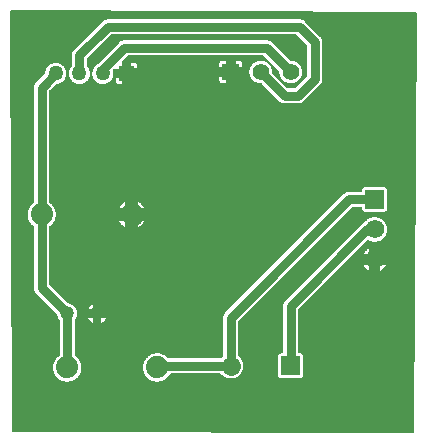
<source format=gtl>
G04 Layer: TopLayer*
G04 EasyEDA v6.1.49, Fri, 31 May 2019 20:59:05 GMT*
G04 40a2506dbd6d4ce6bee7739c3bacdc10,9b1a5d735843498e81bf2f4db3a13241,10*
G04 Gerber Generator version 0.2*
G04 Scale: 100 percent, Rotated: No, Reflected: No *
G04 Dimensions in millimeters *
G04 leading zeros omitted , absolute positions ,3 integer and 3 decimal *
%FSLAX33Y33*%
%MOMM*%
G90*
G71D02*

%ADD11C,0.759993*%
%ADD12C,0.609600*%
%ADD13C,1.879600*%
%ADD14C,1.193800*%
%ADD15C,1.574800*%
%ADD18C,1.399540*%
%ADD20C,1.270000*%
%ADD22C,1.599997*%

%LPD*%
G36*
G01X864Y36448D02*
G01X863Y36448D01*
G01X849Y36447D01*
G01X835Y36444D01*
G01X821Y36439D01*
G01X809Y36432D01*
G01X797Y36423D01*
G01X787Y36413D01*
G01X778Y36401D01*
G01X771Y36389D01*
G01X766Y36375D01*
G01X763Y36361D01*
G01X762Y36347D01*
G01X762Y36346D01*
G01X888Y862D01*
G01X889Y848D01*
G01X892Y834D01*
G01X897Y820D01*
G01X904Y808D01*
G01X913Y796D01*
G01X923Y786D01*
G01X935Y777D01*
G01X947Y770D01*
G01X961Y765D01*
G01X975Y762D01*
G01X989Y761D01*
G01X34823Y635D01*
G01X34824Y635D01*
G01X34838Y636D01*
G01X34852Y639D01*
G01X34866Y644D01*
G01X34878Y651D01*
G01X34890Y659D01*
G01X34900Y670D01*
G01X34909Y681D01*
G01X34916Y694D01*
G01X34921Y707D01*
G01X34924Y721D01*
G01X34925Y736D01*
G01X35178Y36220D01*
G01X35177Y36235D01*
G01X35174Y36249D01*
G01X35169Y36262D01*
G01X35162Y36275D01*
G01X35153Y36287D01*
G01X35143Y36297D01*
G01X35131Y36306D01*
G01X35119Y36313D01*
G01X35105Y36318D01*
G01X35091Y36321D01*
G01X35077Y36322D01*
G01X864Y36448D01*
G37*

%LPC*%
G36*
G01X32410Y21490D02*
G01X30835Y21490D01*
G01X30811Y21489D01*
G01X30788Y21486D01*
G01X30765Y21481D01*
G01X30742Y21473D01*
G01X30721Y21464D01*
G01X30700Y21452D01*
G01X30681Y21439D01*
G01X30662Y21423D01*
G01X30646Y21407D01*
G01X30630Y21388D01*
G01X30617Y21369D01*
G01X30605Y21348D01*
G01X30596Y21327D01*
G01X30588Y21304D01*
G01X30583Y21281D01*
G01X30580Y21258D01*
G01X30579Y21234D01*
G01X30579Y21185D01*
G01X30578Y21170D01*
G01X30574Y21156D01*
G01X30569Y21142D01*
G01X30562Y21130D01*
G01X30554Y21118D01*
G01X30543Y21108D01*
G01X30532Y21099D01*
G01X30519Y21092D01*
G01X30506Y21087D01*
G01X30491Y21084D01*
G01X30477Y21083D01*
G01X29453Y21083D01*
G01X29415Y21082D01*
G01X29377Y21078D01*
G01X29339Y21073D01*
G01X29301Y21065D01*
G01X29264Y21054D01*
G01X29228Y21042D01*
G01X29192Y21027D01*
G01X29158Y21010D01*
G01X29124Y20991D01*
G01X29092Y20970D01*
G01X29061Y20948D01*
G01X29031Y20923D01*
G01X29003Y20897D01*
G01X18980Y10874D01*
G01X18954Y10846D01*
G01X18929Y10816D01*
G01X18907Y10785D01*
G01X18886Y10753D01*
G01X18867Y10719D01*
G01X18850Y10685D01*
G01X18835Y10649D01*
G01X18823Y10613D01*
G01X18812Y10576D01*
G01X18804Y10538D01*
G01X18799Y10500D01*
G01X18795Y10462D01*
G01X18794Y10424D01*
G01X18794Y7242D01*
G01X18793Y7227D01*
G01X18790Y7213D01*
G01X18784Y7199D01*
G01X18777Y7186D01*
G01X18768Y7174D01*
G01X18757Y7164D01*
G01X18719Y7131D01*
G01X18683Y7097D01*
G01X18649Y7061D01*
G01X18616Y7023D01*
G01X18606Y7012D01*
G01X18594Y7003D01*
G01X18581Y6996D01*
G01X18567Y6990D01*
G01X18553Y6987D01*
G01X18538Y6986D01*
G01X14175Y6986D01*
G01X14158Y6987D01*
G01X14142Y6992D01*
G01X14126Y6999D01*
G01X14112Y7008D01*
G01X14099Y7020D01*
G01X14065Y7057D01*
G01X14029Y7092D01*
G01X13992Y7126D01*
G01X13953Y7158D01*
G01X13913Y7189D01*
G01X13872Y7217D01*
G01X13830Y7244D01*
G01X13786Y7270D01*
G01X13741Y7293D01*
G01X13696Y7315D01*
G01X13650Y7334D01*
G01X13603Y7352D01*
G01X13555Y7367D01*
G01X13506Y7381D01*
G01X13457Y7392D01*
G01X13408Y7402D01*
G01X13358Y7409D01*
G01X13308Y7415D01*
G01X13258Y7418D01*
G01X13208Y7419D01*
G01X13158Y7418D01*
G01X13109Y7415D01*
G01X13060Y7410D01*
G01X13011Y7403D01*
G01X12962Y7393D01*
G01X12914Y7382D01*
G01X12866Y7369D01*
G01X12819Y7354D01*
G01X12773Y7337D01*
G01X12727Y7318D01*
G01X12682Y7297D01*
G01X12638Y7275D01*
G01X12595Y7250D01*
G01X12553Y7224D01*
G01X12512Y7196D01*
G01X12473Y7167D01*
G01X12434Y7135D01*
G01X12397Y7103D01*
G01X12327Y7033D01*
G01X12295Y6996D01*
G01X12263Y6957D01*
G01X12234Y6918D01*
G01X12206Y6877D01*
G01X12180Y6835D01*
G01X12155Y6792D01*
G01X12133Y6748D01*
G01X12112Y6703D01*
G01X12093Y6657D01*
G01X12076Y6611D01*
G01X12061Y6564D01*
G01X12048Y6516D01*
G01X12037Y6468D01*
G01X12027Y6419D01*
G01X12020Y6370D01*
G01X12015Y6321D01*
G01X12012Y6272D01*
G01X12011Y6223D01*
G01X12012Y6173D01*
G01X12015Y6124D01*
G01X12020Y6075D01*
G01X12027Y6026D01*
G01X12037Y5977D01*
G01X12048Y5929D01*
G01X12061Y5881D01*
G01X12076Y5834D01*
G01X12093Y5788D01*
G01X12112Y5742D01*
G01X12133Y5697D01*
G01X12155Y5653D01*
G01X12180Y5610D01*
G01X12206Y5568D01*
G01X12234Y5527D01*
G01X12263Y5488D01*
G01X12295Y5449D01*
G01X12327Y5412D01*
G01X12397Y5342D01*
G01X12434Y5310D01*
G01X12473Y5278D01*
G01X12512Y5249D01*
G01X12553Y5221D01*
G01X12595Y5195D01*
G01X12638Y5170D01*
G01X12682Y5148D01*
G01X12727Y5127D01*
G01X12773Y5108D01*
G01X12819Y5091D01*
G01X12866Y5076D01*
G01X12914Y5063D01*
G01X12962Y5052D01*
G01X13011Y5042D01*
G01X13060Y5035D01*
G01X13109Y5030D01*
G01X13158Y5027D01*
G01X13208Y5026D01*
G01X13257Y5027D01*
G01X13307Y5030D01*
G01X13356Y5035D01*
G01X13405Y5043D01*
G01X13454Y5052D01*
G01X13503Y5063D01*
G01X13551Y5076D01*
G01X13598Y5092D01*
G01X13645Y5109D01*
G01X13691Y5128D01*
G01X13736Y5149D01*
G01X13780Y5172D01*
G01X13823Y5197D01*
G01X13865Y5223D01*
G01X13906Y5251D01*
G01X13946Y5281D01*
G01X13984Y5313D01*
G01X14021Y5346D01*
G01X14057Y5380D01*
G01X14091Y5416D01*
G01X14124Y5454D01*
G01X14155Y5492D01*
G01X14185Y5532D01*
G01X14213Y5574D01*
G01X14239Y5616D01*
G01X14263Y5659D01*
G01X14271Y5672D01*
G01X14282Y5684D01*
G01X14294Y5694D01*
G01X14307Y5702D01*
G01X14322Y5708D01*
G01X14337Y5712D01*
G01X14353Y5713D01*
G01X18538Y5713D01*
G01X18553Y5712D01*
G01X18567Y5709D01*
G01X18581Y5703D01*
G01X18594Y5696D01*
G01X18606Y5687D01*
G01X18616Y5676D01*
G01X18647Y5641D01*
G01X18679Y5607D01*
G01X18712Y5575D01*
G01X18747Y5544D01*
G01X18783Y5515D01*
G01X18820Y5487D01*
G01X18859Y5461D01*
G01X18898Y5437D01*
G01X18939Y5414D01*
G01X18981Y5394D01*
G01X19023Y5375D01*
G01X19066Y5358D01*
G01X19110Y5343D01*
G01X19155Y5330D01*
G01X19200Y5318D01*
G01X19246Y5309D01*
G01X19291Y5302D01*
G01X19338Y5297D01*
G01X19384Y5294D01*
G01X19430Y5293D01*
G01X19478Y5294D01*
G01X19525Y5297D01*
G01X19572Y5303D01*
G01X19619Y5310D01*
G01X19666Y5319D01*
G01X19712Y5331D01*
G01X19757Y5345D01*
G01X19802Y5360D01*
G01X19846Y5378D01*
G01X19889Y5398D01*
G01X19931Y5419D01*
G01X19972Y5443D01*
G01X20013Y5468D01*
G01X20052Y5495D01*
G01X20089Y5523D01*
G01X20126Y5554D01*
G01X20161Y5586D01*
G01X20194Y5619D01*
G01X20226Y5654D01*
G01X20257Y5691D01*
G01X20285Y5728D01*
G01X20312Y5767D01*
G01X20337Y5808D01*
G01X20361Y5849D01*
G01X20382Y5891D01*
G01X20402Y5934D01*
G01X20420Y5978D01*
G01X20435Y6023D01*
G01X20449Y6068D01*
G01X20461Y6114D01*
G01X20470Y6161D01*
G01X20477Y6208D01*
G01X20483Y6255D01*
G01X20486Y6302D01*
G01X20487Y6349D01*
G01X20486Y6396D01*
G01X20483Y6442D01*
G01X20478Y6489D01*
G01X20471Y6534D01*
G01X20462Y6580D01*
G01X20450Y6625D01*
G01X20437Y6670D01*
G01X20422Y6714D01*
G01X20405Y6757D01*
G01X20386Y6799D01*
G01X20366Y6841D01*
G01X20343Y6882D01*
G01X20319Y6921D01*
G01X20293Y6960D01*
G01X20265Y6997D01*
G01X20236Y7033D01*
G01X20205Y7068D01*
G01X20173Y7101D01*
G01X20139Y7133D01*
G01X20104Y7164D01*
G01X20093Y7174D01*
G01X20084Y7186D01*
G01X20077Y7199D01*
G01X20071Y7213D01*
G01X20068Y7227D01*
G01X20067Y7242D01*
G01X20067Y10118D01*
G01X20068Y10134D01*
G01X20072Y10149D01*
G01X20078Y10164D01*
G01X20086Y10178D01*
G01X20097Y10190D01*
G01X29687Y19780D01*
G01X29699Y19791D01*
G01X29713Y19799D01*
G01X29728Y19805D01*
G01X29743Y19809D01*
G01X29759Y19810D01*
G01X30477Y19810D01*
G01X30491Y19809D01*
G01X30506Y19806D01*
G01X30519Y19801D01*
G01X30532Y19794D01*
G01X30543Y19785D01*
G01X30554Y19775D01*
G01X30562Y19763D01*
G01X30569Y19751D01*
G01X30574Y19737D01*
G01X30578Y19723D01*
G01X30579Y19708D01*
G01X30579Y19659D01*
G01X30580Y19635D01*
G01X30583Y19612D01*
G01X30588Y19589D01*
G01X30596Y19566D01*
G01X30605Y19545D01*
G01X30617Y19524D01*
G01X30630Y19505D01*
G01X30646Y19486D01*
G01X30662Y19470D01*
G01X30681Y19454D01*
G01X30700Y19441D01*
G01X30721Y19429D01*
G01X30742Y19420D01*
G01X30765Y19412D01*
G01X30788Y19407D01*
G01X30811Y19404D01*
G01X30835Y19403D01*
G01X32410Y19403D01*
G01X32434Y19404D01*
G01X32457Y19407D01*
G01X32480Y19412D01*
G01X32503Y19420D01*
G01X32524Y19429D01*
G01X32545Y19441D01*
G01X32564Y19454D01*
G01X32583Y19470D01*
G01X32599Y19486D01*
G01X32615Y19505D01*
G01X32628Y19524D01*
G01X32640Y19545D01*
G01X32649Y19566D01*
G01X32657Y19589D01*
G01X32662Y19612D01*
G01X32665Y19635D01*
G01X32666Y19659D01*
G01X32666Y21234D01*
G01X32665Y21258D01*
G01X32662Y21281D01*
G01X32657Y21304D01*
G01X32649Y21327D01*
G01X32640Y21348D01*
G01X32628Y21369D01*
G01X32615Y21388D01*
G01X32599Y21407D01*
G01X32583Y21423D01*
G01X32564Y21439D01*
G01X32545Y21452D01*
G01X32524Y21464D01*
G01X32503Y21473D01*
G01X32480Y21481D01*
G01X32457Y21486D01*
G01X32434Y21489D01*
G01X32410Y21490D01*
G37*
G36*
G01X25273Y35688D02*
G01X9017Y35688D01*
G01X8978Y35687D01*
G01X8940Y35683D01*
G01X8902Y35678D01*
G01X8864Y35670D01*
G01X8827Y35659D01*
G01X8791Y35647D01*
G01X8755Y35632D01*
G01X8721Y35615D01*
G01X8687Y35596D01*
G01X8655Y35575D01*
G01X8624Y35553D01*
G01X8594Y35528D01*
G01X8566Y35502D01*
G01X6179Y33114D01*
G01X6152Y33086D01*
G01X6128Y33056D01*
G01X6105Y33025D01*
G01X6084Y32993D01*
G01X6065Y32960D01*
G01X6048Y32925D01*
G01X6034Y32890D01*
G01X6021Y32853D01*
G01X6011Y32816D01*
G01X6003Y32779D01*
G01X5997Y32741D01*
G01X5994Y32702D01*
G01X5992Y32664D01*
G01X5992Y31779D01*
G01X5991Y31764D01*
G01X5988Y31750D01*
G01X5983Y31736D01*
G01X5975Y31723D01*
G01X5966Y31711D01*
G01X5938Y31678D01*
G01X5911Y31643D01*
G01X5886Y31608D01*
G01X5863Y31571D01*
G01X5842Y31533D01*
G01X5822Y31494D01*
G01X5805Y31454D01*
G01X5789Y31414D01*
G01X5775Y31372D01*
G01X5764Y31330D01*
G01X5754Y31288D01*
G01X5747Y31245D01*
G01X5742Y31201D01*
G01X5738Y31158D01*
G01X5737Y31115D01*
G01X5738Y31071D01*
G01X5742Y31027D01*
G01X5747Y30984D01*
G01X5754Y30941D01*
G01X5764Y30898D01*
G01X5776Y30856D01*
G01X5789Y30814D01*
G01X5805Y30773D01*
G01X5823Y30733D01*
G01X5843Y30694D01*
G01X5864Y30656D01*
G01X5888Y30619D01*
G01X5913Y30583D01*
G01X5940Y30549D01*
G01X5968Y30516D01*
G01X5998Y30484D01*
G01X6030Y30454D01*
G01X6063Y30425D01*
G01X6098Y30398D01*
G01X6134Y30373D01*
G01X6171Y30350D01*
G01X6209Y30328D01*
G01X6248Y30309D01*
G01X6288Y30291D01*
G01X6329Y30275D01*
G01X6370Y30261D01*
G01X6412Y30250D01*
G01X6455Y30240D01*
G01X6498Y30233D01*
G01X6542Y30227D01*
G01X6585Y30224D01*
G01X6629Y30223D01*
G01X6672Y30224D01*
G01X6715Y30227D01*
G01X6758Y30232D01*
G01X6800Y30240D01*
G01X6842Y30249D01*
G01X6884Y30260D01*
G01X6925Y30274D01*
G01X6965Y30289D01*
G01X7005Y30306D01*
G01X7043Y30325D01*
G01X7081Y30346D01*
G01X7118Y30369D01*
G01X7153Y30393D01*
G01X7187Y30420D01*
G01X7220Y30447D01*
G01X7252Y30477D01*
G01X7282Y30508D01*
G01X7311Y30540D01*
G01X7338Y30574D01*
G01X7363Y30609D01*
G01X7387Y30645D01*
G01X7408Y30682D01*
G01X7428Y30720D01*
G01X7447Y30759D01*
G01X7463Y30799D01*
G01X7477Y30840D01*
G01X7489Y30881D01*
G01X7500Y30923D01*
G01X7508Y30965D01*
G01X7514Y31008D01*
G01X7518Y31051D01*
G01X7521Y31068D01*
G01X7527Y31085D01*
G01X7536Y31101D01*
G01X7547Y31115D01*
G01X7536Y31128D01*
G01X7527Y31144D01*
G01X7521Y31161D01*
G01X7518Y31178D01*
G01X7514Y31223D01*
G01X7507Y31268D01*
G01X7498Y31313D01*
G01X7487Y31357D01*
G01X7474Y31400D01*
G01X7458Y31443D01*
G01X7440Y31484D01*
G01X7420Y31525D01*
G01X7398Y31565D01*
G01X7375Y31603D01*
G01X7349Y31641D01*
G01X7321Y31677D01*
G01X7292Y31711D01*
G01X7282Y31723D01*
G01X7275Y31736D01*
G01X7270Y31750D01*
G01X7267Y31764D01*
G01X7265Y31779D01*
G01X7265Y32358D01*
G01X7267Y32374D01*
G01X7270Y32390D01*
G01X7277Y32404D01*
G01X7285Y32418D01*
G01X7295Y32430D01*
G01X9250Y34385D01*
G01X9263Y34396D01*
G01X9276Y34404D01*
G01X9291Y34410D01*
G01X9306Y34414D01*
G01X9322Y34415D01*
G01X24967Y34415D01*
G01X24983Y34414D01*
G01X24998Y34410D01*
G01X25013Y34404D01*
G01X25026Y34396D01*
G01X25039Y34385D01*
G01X25876Y33548D01*
G01X25887Y33535D01*
G01X25895Y33522D01*
G01X25901Y33507D01*
G01X25905Y33492D01*
G01X25906Y33476D01*
G01X25906Y30912D01*
G01X25905Y30896D01*
G01X25901Y30881D01*
G01X25895Y30866D01*
G01X25887Y30853D01*
G01X25876Y30840D01*
G01X24912Y29876D01*
G01X24899Y29865D01*
G01X24886Y29857D01*
G01X24871Y29851D01*
G01X24856Y29847D01*
G01X24840Y29846D01*
G01X24308Y29846D01*
G01X24292Y29847D01*
G01X24277Y29851D01*
G01X24262Y29857D01*
G01X24249Y29865D01*
G01X24236Y29876D01*
G01X22956Y31156D01*
G01X22946Y31168D01*
G01X22938Y31181D01*
G01X22932Y31196D01*
G01X22928Y31212D01*
G01X22927Y31228D01*
G01X22927Y31241D01*
G01X22926Y31286D01*
G01X22923Y31330D01*
G01X22918Y31374D01*
G01X22911Y31417D01*
G01X22901Y31460D01*
G01X22890Y31503D01*
G01X22877Y31545D01*
G01X22862Y31587D01*
G01X22845Y31628D01*
G01X22827Y31668D01*
G01X22806Y31707D01*
G01X22784Y31745D01*
G01X22759Y31782D01*
G01X22734Y31818D01*
G01X22706Y31852D01*
G01X22677Y31886D01*
G01X22647Y31918D01*
G01X22615Y31948D01*
G01X22581Y31977D01*
G01X22547Y32005D01*
G01X22511Y32030D01*
G01X22474Y32055D01*
G01X22436Y32077D01*
G01X22397Y32098D01*
G01X22357Y32116D01*
G01X22316Y32133D01*
G01X22274Y32148D01*
G01X22232Y32161D01*
G01X22189Y32172D01*
G01X22146Y32182D01*
G01X22103Y32189D01*
G01X22059Y32194D01*
G01X22015Y32197D01*
G01X21971Y32198D01*
G01X21926Y32197D01*
G01X21882Y32194D01*
G01X21838Y32189D01*
G01X21795Y32182D01*
G01X21752Y32172D01*
G01X21709Y32161D01*
G01X21667Y32148D01*
G01X21625Y32133D01*
G01X21584Y32116D01*
G01X21544Y32098D01*
G01X21505Y32077D01*
G01X21467Y32055D01*
G01X21430Y32030D01*
G01X21394Y32005D01*
G01X21360Y31977D01*
G01X21326Y31948D01*
G01X21294Y31918D01*
G01X21264Y31886D01*
G01X21235Y31852D01*
G01X21207Y31818D01*
G01X21182Y31782D01*
G01X21157Y31745D01*
G01X21135Y31707D01*
G01X21114Y31668D01*
G01X21096Y31628D01*
G01X21079Y31587D01*
G01X21064Y31545D01*
G01X21051Y31503D01*
G01X21040Y31460D01*
G01X21030Y31417D01*
G01X21023Y31374D01*
G01X21018Y31330D01*
G01X21015Y31286D01*
G01X21014Y31242D01*
G01X21015Y31197D01*
G01X21018Y31153D01*
G01X21023Y31109D01*
G01X21030Y31066D01*
G01X21040Y31023D01*
G01X21051Y30980D01*
G01X21064Y30938D01*
G01X21079Y30896D01*
G01X21096Y30855D01*
G01X21114Y30815D01*
G01X21135Y30776D01*
G01X21157Y30738D01*
G01X21182Y30701D01*
G01X21207Y30665D01*
G01X21235Y30631D01*
G01X21264Y30597D01*
G01X21294Y30565D01*
G01X21326Y30535D01*
G01X21360Y30506D01*
G01X21394Y30478D01*
G01X21430Y30453D01*
G01X21467Y30428D01*
G01X21505Y30406D01*
G01X21544Y30385D01*
G01X21584Y30367D01*
G01X21625Y30350D01*
G01X21667Y30335D01*
G01X21709Y30322D01*
G01X21752Y30311D01*
G01X21795Y30301D01*
G01X21838Y30294D01*
G01X21882Y30289D01*
G01X21926Y30286D01*
G01X21971Y30285D01*
G01X21984Y30285D01*
G01X22000Y30284D01*
G01X22016Y30280D01*
G01X22031Y30274D01*
G01X22044Y30266D01*
G01X22056Y30256D01*
G01X23552Y28759D01*
G01X23580Y28733D01*
G01X23610Y28708D01*
G01X23641Y28686D01*
G01X23673Y28665D01*
G01X23707Y28646D01*
G01X23741Y28629D01*
G01X23777Y28614D01*
G01X23813Y28602D01*
G01X23850Y28591D01*
G01X23888Y28583D01*
G01X23926Y28578D01*
G01X23964Y28574D01*
G01X24003Y28573D01*
G01X25146Y28573D01*
G01X25184Y28574D01*
G01X25222Y28578D01*
G01X25260Y28583D01*
G01X25298Y28591D01*
G01X25335Y28602D01*
G01X25371Y28614D01*
G01X25407Y28629D01*
G01X25441Y28646D01*
G01X25475Y28665D01*
G01X25507Y28686D01*
G01X25538Y28708D01*
G01X25568Y28733D01*
G01X25596Y28759D01*
G01X26993Y30156D01*
G01X27019Y30184D01*
G01X27044Y30214D01*
G01X27066Y30245D01*
G01X27087Y30277D01*
G01X27106Y30311D01*
G01X27123Y30345D01*
G01X27138Y30381D01*
G01X27150Y30417D01*
G01X27161Y30454D01*
G01X27169Y30492D01*
G01X27174Y30530D01*
G01X27178Y30568D01*
G01X27179Y30607D01*
G01X27179Y33781D01*
G01X27178Y33820D01*
G01X27174Y33858D01*
G01X27169Y33896D01*
G01X27161Y33934D01*
G01X27150Y33971D01*
G01X27138Y34007D01*
G01X27123Y34043D01*
G01X27106Y34077D01*
G01X27087Y34111D01*
G01X27066Y34143D01*
G01X27044Y34174D01*
G01X27019Y34204D01*
G01X26993Y34232D01*
G01X25723Y35502D01*
G01X25695Y35528D01*
G01X25665Y35553D01*
G01X25634Y35575D01*
G01X25602Y35596D01*
G01X25568Y35615D01*
G01X25534Y35632D01*
G01X25498Y35647D01*
G01X25462Y35659D01*
G01X25425Y35670D01*
G01X25387Y35678D01*
G01X25349Y35683D01*
G01X25311Y35687D01*
G01X25273Y35688D01*
G37*
G36*
G01X31669Y18949D02*
G01X31623Y18950D01*
G01X31576Y18949D01*
G01X31529Y18946D01*
G01X31483Y18941D01*
G01X31437Y18934D01*
G01X31392Y18925D01*
G01X31346Y18913D01*
G01X31302Y18900D01*
G01X31258Y18885D01*
G01X31215Y18867D01*
G01X31172Y18848D01*
G01X31131Y18827D01*
G01X31090Y18804D01*
G01X31050Y18780D01*
G01X31012Y18753D01*
G01X30975Y18725D01*
G01X30939Y18696D01*
G01X30871Y18632D01*
G01X30840Y18597D01*
G01X30810Y18562D01*
G01X30781Y18525D01*
G01X30770Y18511D01*
G01X30755Y18500D01*
G01X30740Y18492D01*
G01X30703Y18475D01*
G01X30667Y18455D01*
G01X30633Y18434D01*
G01X30601Y18410D01*
G01X30569Y18384D01*
G01X30540Y18357D01*
G01X24060Y11877D01*
G01X24034Y11849D01*
G01X24009Y11820D01*
G01X23987Y11789D01*
G01X23966Y11756D01*
G01X23947Y11723D01*
G01X23930Y11688D01*
G01X23915Y11653D01*
G01X23903Y11616D01*
G01X23892Y11579D01*
G01X23884Y11542D01*
G01X23879Y11504D01*
G01X23875Y11465D01*
G01X23874Y11427D01*
G01X23874Y7508D01*
G01X23873Y7493D01*
G01X23870Y7479D01*
G01X23865Y7465D01*
G01X23858Y7453D01*
G01X23849Y7441D01*
G01X23839Y7431D01*
G01X23827Y7422D01*
G01X23815Y7415D01*
G01X23801Y7410D01*
G01X23787Y7407D01*
G01X23772Y7406D01*
G01X23711Y7406D01*
G01X23687Y7405D01*
G01X23663Y7402D01*
G01X23640Y7396D01*
G01X23618Y7389D01*
G01X23596Y7379D01*
G01X23575Y7368D01*
G01X23556Y7354D01*
G01X23538Y7339D01*
G01X23521Y7322D01*
G01X23506Y7304D01*
G01X23492Y7285D01*
G01X23481Y7264D01*
G01X23471Y7242D01*
G01X23464Y7220D01*
G01X23458Y7197D01*
G01X23455Y7173D01*
G01X23454Y7149D01*
G01X23454Y5550D01*
G01X23455Y5526D01*
G01X23458Y5502D01*
G01X23464Y5479D01*
G01X23471Y5457D01*
G01X23481Y5435D01*
G01X23492Y5414D01*
G01X23506Y5395D01*
G01X23521Y5377D01*
G01X23538Y5360D01*
G01X23556Y5345D01*
G01X23575Y5331D01*
G01X23596Y5320D01*
G01X23618Y5310D01*
G01X23640Y5303D01*
G01X23663Y5297D01*
G01X23687Y5294D01*
G01X23711Y5293D01*
G01X25310Y5293D01*
G01X25334Y5294D01*
G01X25358Y5297D01*
G01X25381Y5303D01*
G01X25403Y5310D01*
G01X25425Y5320D01*
G01X25446Y5331D01*
G01X25465Y5345D01*
G01X25483Y5360D01*
G01X25500Y5377D01*
G01X25515Y5395D01*
G01X25529Y5414D01*
G01X25540Y5435D01*
G01X25550Y5457D01*
G01X25557Y5479D01*
G01X25563Y5502D01*
G01X25566Y5526D01*
G01X25567Y5550D01*
G01X25567Y7149D01*
G01X25566Y7173D01*
G01X25563Y7197D01*
G01X25557Y7220D01*
G01X25550Y7242D01*
G01X25540Y7264D01*
G01X25529Y7285D01*
G01X25515Y7304D01*
G01X25500Y7322D01*
G01X25483Y7339D01*
G01X25465Y7354D01*
G01X25446Y7368D01*
G01X25425Y7379D01*
G01X25403Y7389D01*
G01X25381Y7396D01*
G01X25358Y7402D01*
G01X25334Y7405D01*
G01X25310Y7406D01*
G01X25249Y7406D01*
G01X25234Y7407D01*
G01X25220Y7410D01*
G01X25206Y7415D01*
G01X25194Y7422D01*
G01X25182Y7431D01*
G01X25172Y7441D01*
G01X25163Y7453D01*
G01X25156Y7465D01*
G01X25151Y7479D01*
G01X25148Y7493D01*
G01X25147Y7508D01*
G01X25147Y11121D01*
G01X25148Y11137D01*
G01X25152Y11153D01*
G01X25158Y11167D01*
G01X25166Y11181D01*
G01X25177Y11193D01*
G01X30973Y16989D01*
G01X30985Y17000D01*
G01X30999Y17008D01*
G01X31013Y17014D01*
G01X31029Y17018D01*
G01X31045Y17019D01*
G01X31063Y17017D01*
G01X31080Y17013D01*
G01X31096Y17005D01*
G01X31140Y16981D01*
G01X31185Y16959D01*
G01X31231Y16939D01*
G01X31278Y16921D01*
G01X31326Y16906D01*
G01X31374Y16893D01*
G01X31423Y16882D01*
G01X31473Y16873D01*
G01X31522Y16867D01*
G01X31572Y16864D01*
G01X31623Y16863D01*
G01X31669Y16864D01*
G01X31716Y16867D01*
G01X31763Y16872D01*
G01X31809Y16879D01*
G01X31855Y16889D01*
G01X31900Y16900D01*
G01X31945Y16914D01*
G01X31989Y16929D01*
G01X32033Y16947D01*
G01X32075Y16966D01*
G01X32117Y16987D01*
G01X32158Y17010D01*
G01X32198Y17035D01*
G01X32236Y17062D01*
G01X32273Y17090D01*
G01X32309Y17120D01*
G01X32344Y17152D01*
G01X32377Y17185D01*
G01X32409Y17220D01*
G01X32439Y17256D01*
G01X32467Y17293D01*
G01X32494Y17331D01*
G01X32519Y17371D01*
G01X32542Y17412D01*
G01X32563Y17454D01*
G01X32582Y17496D01*
G01X32600Y17540D01*
G01X32615Y17584D01*
G01X32629Y17629D01*
G01X32640Y17674D01*
G01X32650Y17720D01*
G01X32657Y17766D01*
G01X32662Y17813D01*
G01X32665Y17860D01*
G01X32666Y17907D01*
G01X32665Y17953D01*
G01X32662Y18000D01*
G01X32657Y18047D01*
G01X32650Y18093D01*
G01X32640Y18139D01*
G01X32629Y18184D01*
G01X32615Y18229D01*
G01X32600Y18273D01*
G01X32582Y18317D01*
G01X32563Y18359D01*
G01X32542Y18401D01*
G01X32519Y18442D01*
G01X32494Y18482D01*
G01X32467Y18520D01*
G01X32439Y18557D01*
G01X32409Y18593D01*
G01X32377Y18628D01*
G01X32344Y18661D01*
G01X32309Y18693D01*
G01X32273Y18723D01*
G01X32236Y18751D01*
G01X32198Y18778D01*
G01X32158Y18803D01*
G01X32117Y18826D01*
G01X32075Y18847D01*
G01X32033Y18866D01*
G01X31989Y18884D01*
G01X31945Y18899D01*
G01X31900Y18913D01*
G01X31855Y18924D01*
G01X31809Y18934D01*
G01X31763Y18941D01*
G01X31716Y18946D01*
G01X31669Y18949D01*
G37*
G36*
G01X4666Y32005D02*
G01X4622Y32006D01*
G01X4579Y32005D01*
G01X4535Y32002D01*
G01X4492Y31996D01*
G01X4449Y31989D01*
G01X4406Y31979D01*
G01X4364Y31968D01*
G01X4323Y31954D01*
G01X4282Y31938D01*
G01X4242Y31921D01*
G01X4203Y31901D01*
G01X4165Y31880D01*
G01X4128Y31856D01*
G01X4092Y31831D01*
G01X4058Y31805D01*
G01X4025Y31776D01*
G01X3993Y31746D01*
G01X3963Y31714D01*
G01X3934Y31681D01*
G01X3907Y31647D01*
G01X3882Y31611D01*
G01X3859Y31575D01*
G01X3837Y31537D01*
G01X3817Y31498D01*
G01X3800Y31458D01*
G01X3784Y31417D01*
G01X3770Y31376D01*
G01X3758Y31334D01*
G01X3748Y31291D01*
G01X3741Y31248D01*
G01X3735Y31205D01*
G01X3732Y31161D01*
G01X3730Y31147D01*
G01X3726Y31132D01*
G01X3720Y31119D01*
G01X3712Y31106D01*
G01X3702Y31095D01*
G01X2978Y30371D01*
G01X2952Y30343D01*
G01X2927Y30313D01*
G01X2905Y30282D01*
G01X2884Y30250D01*
G01X2865Y30217D01*
G01X2848Y30182D01*
G01X2833Y30146D01*
G01X2821Y30110D01*
G01X2810Y30073D01*
G01X2802Y30035D01*
G01X2797Y29997D01*
G01X2793Y29959D01*
G01X2792Y29921D01*
G01X2792Y20244D01*
G01X2791Y20228D01*
G01X2787Y20212D01*
G01X2780Y20197D01*
G01X2772Y20183D01*
G01X2761Y20171D01*
G01X2748Y20161D01*
G01X2707Y20131D01*
G01X2668Y20100D01*
G01X2630Y20067D01*
G01X2593Y20033D01*
G01X2558Y19997D01*
G01X2524Y19960D01*
G01X2492Y19921D01*
G01X2462Y19881D01*
G01X2433Y19840D01*
G01X2406Y19798D01*
G01X2381Y19754D01*
G01X2358Y19710D01*
G01X2336Y19664D01*
G01X2317Y19618D01*
G01X2299Y19571D01*
G01X2283Y19523D01*
G01X2270Y19475D01*
G01X2258Y19426D01*
G01X2249Y19377D01*
G01X2242Y19327D01*
G01X2236Y19277D01*
G01X2233Y19227D01*
G01X2232Y19177D01*
G01X2233Y19126D01*
G01X2236Y19076D01*
G01X2242Y19026D01*
G01X2249Y18976D01*
G01X2258Y18927D01*
G01X2270Y18878D01*
G01X2283Y18830D01*
G01X2299Y18782D01*
G01X2317Y18735D01*
G01X2336Y18689D01*
G01X2358Y18643D01*
G01X2381Y18599D01*
G01X2406Y18555D01*
G01X2433Y18513D01*
G01X2462Y18472D01*
G01X2492Y18432D01*
G01X2524Y18393D01*
G01X2558Y18356D01*
G01X2593Y18320D01*
G01X2630Y18286D01*
G01X2668Y18253D01*
G01X2707Y18222D01*
G01X2748Y18192D01*
G01X2761Y18182D01*
G01X2772Y18170D01*
G01X2780Y18156D01*
G01X2787Y18141D01*
G01X2791Y18125D01*
G01X2792Y18109D01*
G01X2792Y12954D01*
G01X2793Y12915D01*
G01X2797Y12877D01*
G01X2802Y12839D01*
G01X2810Y12801D01*
G01X2821Y12764D01*
G01X2833Y12728D01*
G01X2848Y12692D01*
G01X2865Y12658D01*
G01X2884Y12624D01*
G01X2905Y12592D01*
G01X2927Y12561D01*
G01X2952Y12531D01*
G01X2978Y12503D01*
G01X4709Y10773D01*
G01X4720Y10760D01*
G01X4729Y10745D01*
G01X4735Y10728D01*
G01X4738Y10711D01*
G01X4743Y10669D01*
G01X4750Y10628D01*
G01X4760Y10587D01*
G01X4771Y10547D01*
G01X4784Y10507D01*
G01X4799Y10468D01*
G01X4816Y10430D01*
G01X4835Y10392D01*
G01X4856Y10356D01*
G01X4878Y10320D01*
G01X4902Y10286D01*
G01X4928Y10253D01*
G01X4938Y10239D01*
G01X4945Y10223D01*
G01X4949Y10206D01*
G01X4951Y10188D01*
G01X4951Y7290D01*
G01X4950Y7274D01*
G01X4946Y7258D01*
G01X4939Y7243D01*
G01X4931Y7229D01*
G01X4920Y7217D01*
G01X4907Y7207D01*
G01X4866Y7177D01*
G01X4827Y7146D01*
G01X4789Y7113D01*
G01X4752Y7079D01*
G01X4717Y7043D01*
G01X4683Y7006D01*
G01X4651Y6967D01*
G01X4621Y6927D01*
G01X4592Y6886D01*
G01X4565Y6844D01*
G01X4540Y6800D01*
G01X4517Y6756D01*
G01X4495Y6710D01*
G01X4476Y6664D01*
G01X4458Y6617D01*
G01X4442Y6569D01*
G01X4429Y6521D01*
G01X4417Y6472D01*
G01X4408Y6423D01*
G01X4401Y6373D01*
G01X4395Y6323D01*
G01X4392Y6273D01*
G01X4391Y6223D01*
G01X4392Y6173D01*
G01X4395Y6124D01*
G01X4400Y6075D01*
G01X4407Y6026D01*
G01X4417Y5977D01*
G01X4428Y5929D01*
G01X4441Y5881D01*
G01X4456Y5834D01*
G01X4473Y5788D01*
G01X4492Y5742D01*
G01X4513Y5697D01*
G01X4535Y5653D01*
G01X4560Y5610D01*
G01X4586Y5568D01*
G01X4614Y5527D01*
G01X4643Y5488D01*
G01X4675Y5449D01*
G01X4707Y5412D01*
G01X4777Y5342D01*
G01X4814Y5310D01*
G01X4853Y5278D01*
G01X4892Y5249D01*
G01X4933Y5221D01*
G01X4975Y5195D01*
G01X5018Y5170D01*
G01X5062Y5148D01*
G01X5107Y5127D01*
G01X5153Y5108D01*
G01X5199Y5091D01*
G01X5246Y5076D01*
G01X5294Y5063D01*
G01X5342Y5052D01*
G01X5391Y5042D01*
G01X5440Y5035D01*
G01X5489Y5030D01*
G01X5538Y5027D01*
G01X5588Y5026D01*
G01X5637Y5027D01*
G01X5686Y5030D01*
G01X5735Y5035D01*
G01X5784Y5042D01*
G01X5833Y5052D01*
G01X5881Y5063D01*
G01X5929Y5076D01*
G01X5976Y5091D01*
G01X6022Y5108D01*
G01X6068Y5127D01*
G01X6113Y5148D01*
G01X6157Y5170D01*
G01X6200Y5195D01*
G01X6242Y5221D01*
G01X6283Y5249D01*
G01X6322Y5278D01*
G01X6361Y5310D01*
G01X6398Y5342D01*
G01X6468Y5412D01*
G01X6500Y5449D01*
G01X6532Y5488D01*
G01X6561Y5527D01*
G01X6589Y5568D01*
G01X6615Y5610D01*
G01X6640Y5653D01*
G01X6662Y5697D01*
G01X6683Y5742D01*
G01X6702Y5788D01*
G01X6719Y5834D01*
G01X6734Y5881D01*
G01X6747Y5929D01*
G01X6758Y5977D01*
G01X6768Y6026D01*
G01X6775Y6075D01*
G01X6780Y6124D01*
G01X6783Y6173D01*
G01X6784Y6222D01*
G01X6783Y6273D01*
G01X6780Y6323D01*
G01X6774Y6373D01*
G01X6767Y6423D01*
G01X6758Y6472D01*
G01X6746Y6521D01*
G01X6733Y6569D01*
G01X6717Y6617D01*
G01X6699Y6664D01*
G01X6680Y6710D01*
G01X6658Y6756D01*
G01X6635Y6800D01*
G01X6610Y6844D01*
G01X6583Y6886D01*
G01X6554Y6927D01*
G01X6524Y6967D01*
G01X6492Y7006D01*
G01X6458Y7043D01*
G01X6423Y7079D01*
G01X6386Y7113D01*
G01X6348Y7146D01*
G01X6309Y7177D01*
G01X6268Y7207D01*
G01X6255Y7217D01*
G01X6244Y7229D01*
G01X6236Y7243D01*
G01X6229Y7258D01*
G01X6225Y7274D01*
G01X6224Y7290D01*
G01X6224Y10188D01*
G01X6226Y10206D01*
G01X6230Y10223D01*
G01X6237Y10239D01*
G01X6247Y10253D01*
G01X6273Y10286D01*
G01X6297Y10320D01*
G01X6319Y10356D01*
G01X6340Y10392D01*
G01X6359Y10430D01*
G01X6376Y10468D01*
G01X6391Y10507D01*
G01X6404Y10547D01*
G01X6415Y10587D01*
G01X6425Y10628D01*
G01X6432Y10669D01*
G01X6437Y10711D01*
G01X6440Y10753D01*
G01X6441Y10795D01*
G01X6440Y10836D01*
G01X6437Y10878D01*
G01X6432Y10920D01*
G01X6425Y10961D01*
G01X6415Y11002D01*
G01X6404Y11042D01*
G01X6391Y11082D01*
G01X6376Y11121D01*
G01X6359Y11159D01*
G01X6340Y11197D01*
G01X6319Y11233D01*
G01X6297Y11269D01*
G01X6273Y11303D01*
G01X6247Y11336D01*
G01X6220Y11368D01*
G01X6191Y11398D01*
G01X6161Y11427D01*
G01X6129Y11454D01*
G01X6096Y11480D01*
G01X6062Y11504D01*
G01X6026Y11527D01*
G01X5990Y11547D01*
G01X5952Y11566D01*
G01X5914Y11583D01*
G01X5875Y11598D01*
G01X5835Y11611D01*
G01X5795Y11622D01*
G01X5754Y11632D01*
G01X5713Y11639D01*
G01X5671Y11644D01*
G01X5654Y11647D01*
G01X5637Y11653D01*
G01X5622Y11662D01*
G01X5609Y11673D01*
G01X4095Y13187D01*
G01X4084Y13200D01*
G01X4076Y13213D01*
G01X4070Y13228D01*
G01X4066Y13243D01*
G01X4065Y13259D01*
G01X4065Y18109D01*
G01X4066Y18125D01*
G01X4070Y18141D01*
G01X4077Y18156D01*
G01X4085Y18170D01*
G01X4096Y18182D01*
G01X4109Y18192D01*
G01X4150Y18222D01*
G01X4189Y18253D01*
G01X4227Y18286D01*
G01X4264Y18320D01*
G01X4299Y18356D01*
G01X4333Y18393D01*
G01X4365Y18432D01*
G01X4395Y18472D01*
G01X4424Y18513D01*
G01X4451Y18555D01*
G01X4476Y18599D01*
G01X4499Y18643D01*
G01X4521Y18689D01*
G01X4540Y18735D01*
G01X4558Y18782D01*
G01X4574Y18830D01*
G01X4587Y18878D01*
G01X4599Y18927D01*
G01X4608Y18976D01*
G01X4615Y19026D01*
G01X4621Y19076D01*
G01X4624Y19126D01*
G01X4625Y19176D01*
G01X4624Y19227D01*
G01X4621Y19277D01*
G01X4615Y19327D01*
G01X4608Y19377D01*
G01X4599Y19426D01*
G01X4587Y19475D01*
G01X4574Y19523D01*
G01X4558Y19571D01*
G01X4540Y19618D01*
G01X4521Y19664D01*
G01X4499Y19710D01*
G01X4476Y19754D01*
G01X4451Y19798D01*
G01X4424Y19840D01*
G01X4395Y19881D01*
G01X4365Y19921D01*
G01X4333Y19960D01*
G01X4299Y19997D01*
G01X4264Y20033D01*
G01X4227Y20067D01*
G01X4189Y20100D01*
G01X4150Y20131D01*
G01X4109Y20161D01*
G01X4096Y20171D01*
G01X4085Y20183D01*
G01X4077Y20197D01*
G01X4070Y20212D01*
G01X4066Y20228D01*
G01X4065Y20244D01*
G01X4065Y29615D01*
G01X4066Y29631D01*
G01X4070Y29646D01*
G01X4076Y29661D01*
G01X4084Y29675D01*
G01X4095Y29687D01*
G01X4603Y30195D01*
G01X4614Y30204D01*
G01X4626Y30212D01*
G01X4640Y30218D01*
G01X4654Y30222D01*
G01X4669Y30224D01*
G01X4713Y30228D01*
G01X4756Y30233D01*
G01X4799Y30241D01*
G01X4841Y30250D01*
G01X4884Y30262D01*
G01X4925Y30276D01*
G01X4966Y30292D01*
G01X5006Y30310D01*
G01X5044Y30329D01*
G01X5082Y30351D01*
G01X5119Y30374D01*
G01X5155Y30400D01*
G01X5189Y30426D01*
G01X5222Y30455D01*
G01X5254Y30485D01*
G01X5284Y30517D01*
G01X5312Y30550D01*
G01X5339Y30584D01*
G01X5364Y30620D01*
G01X5388Y30657D01*
G01X5409Y30695D01*
G01X5429Y30734D01*
G01X5446Y30774D01*
G01X5462Y30815D01*
G01X5476Y30856D01*
G01X5487Y30898D01*
G01X5497Y30941D01*
G01X5504Y30984D01*
G01X5510Y31027D01*
G01X5513Y31071D01*
G01X5514Y31115D01*
G01X5513Y31158D01*
G01X5510Y31202D01*
G01X5504Y31245D01*
G01X5497Y31288D01*
G01X5487Y31331D01*
G01X5475Y31373D01*
G01X5462Y31415D01*
G01X5446Y31456D01*
G01X5428Y31496D01*
G01X5409Y31535D01*
G01X5387Y31573D01*
G01X5364Y31610D01*
G01X5338Y31646D01*
G01X5311Y31680D01*
G01X5283Y31713D01*
G01X5253Y31745D01*
G01X5221Y31775D01*
G01X5188Y31804D01*
G01X5153Y31831D01*
G01X5118Y31856D01*
G01X5081Y31879D01*
G01X5043Y31901D01*
G01X5003Y31920D01*
G01X4963Y31938D01*
G01X4923Y31954D01*
G01X4881Y31968D01*
G01X4839Y31979D01*
G01X4796Y31989D01*
G01X4753Y31996D01*
G01X4710Y32002D01*
G01X4666Y32005D01*
G37*
G36*
G01X22479Y33910D02*
G01X10414Y33910D01*
G01X10375Y33909D01*
G01X10337Y33905D01*
G01X10299Y33900D01*
G01X10261Y33892D01*
G01X10224Y33881D01*
G01X10188Y33869D01*
G01X10152Y33854D01*
G01X10118Y33837D01*
G01X10084Y33818D01*
G01X10052Y33797D01*
G01X10021Y33775D01*
G01X9991Y33750D01*
G01X9963Y33724D01*
G01X8160Y31920D01*
G01X8129Y31887D01*
G01X8101Y31852D01*
G01X8091Y31841D01*
G01X8080Y31831D01*
G01X8046Y31805D01*
G01X8014Y31777D01*
G01X7983Y31748D01*
G01X7953Y31717D01*
G01X7925Y31685D01*
G01X7899Y31652D01*
G01X7874Y31617D01*
G01X7850Y31581D01*
G01X7829Y31544D01*
G01X7809Y31506D01*
G01X7791Y31467D01*
G01X7775Y31428D01*
G01X7761Y31387D01*
G01X7749Y31346D01*
G01X7739Y31305D01*
G01X7731Y31263D01*
G01X7725Y31221D01*
G01X7721Y31178D01*
G01X7718Y31161D01*
G01X7712Y31144D01*
G01X7703Y31128D01*
G01X7692Y31115D01*
G01X7703Y31101D01*
G01X7712Y31085D01*
G01X7718Y31068D01*
G01X7721Y31051D01*
G01X7725Y31008D01*
G01X7731Y30965D01*
G01X7739Y30923D01*
G01X7750Y30881D01*
G01X7762Y30840D01*
G01X7776Y30799D01*
G01X7792Y30759D01*
G01X7811Y30720D01*
G01X7831Y30682D01*
G01X7852Y30645D01*
G01X7876Y30609D01*
G01X7901Y30574D01*
G01X7928Y30540D01*
G01X7957Y30508D01*
G01X7987Y30477D01*
G01X8019Y30447D01*
G01X8052Y30420D01*
G01X8086Y30393D01*
G01X8121Y30369D01*
G01X8158Y30346D01*
G01X8196Y30325D01*
G01X8234Y30306D01*
G01X8274Y30289D01*
G01X8314Y30274D01*
G01X8355Y30260D01*
G01X8397Y30249D01*
G01X8439Y30240D01*
G01X8481Y30232D01*
G01X8524Y30227D01*
G01X8567Y30224D01*
G01X8610Y30223D01*
G01X8654Y30224D01*
G01X8697Y30227D01*
G01X8741Y30233D01*
G01X8784Y30240D01*
G01X8827Y30250D01*
G01X8869Y30261D01*
G01X8910Y30275D01*
G01X8951Y30291D01*
G01X8991Y30309D01*
G01X9030Y30328D01*
G01X9068Y30350D01*
G01X9105Y30373D01*
G01X9141Y30398D01*
G01X9176Y30425D01*
G01X9209Y30454D01*
G01X9241Y30484D01*
G01X9271Y30516D01*
G01X9299Y30549D01*
G01X9326Y30583D01*
G01X9351Y30619D01*
G01X9375Y30656D01*
G01X9396Y30694D01*
G01X9416Y30733D01*
G01X9434Y30773D01*
G01X9450Y30814D01*
G01X9463Y30856D01*
G01X9475Y30898D01*
G01X9485Y30941D01*
G01X9492Y30984D01*
G01X9497Y31027D01*
G01X9501Y31071D01*
G01X9502Y31115D01*
G01X9500Y31163D01*
G01X9496Y31212D01*
G01X9490Y31260D01*
G01X9480Y31308D01*
G01X9469Y31355D01*
G01X9465Y31383D01*
G01X9466Y31398D01*
G01X9470Y31414D01*
G01X9476Y31429D01*
G01X9484Y31442D01*
G01X9495Y31454D01*
G01X9552Y31512D01*
G01X9564Y31522D01*
G01X9577Y31530D01*
G01X9592Y31536D01*
G01X9608Y31540D01*
G01X9624Y31541D01*
G01X9638Y31540D01*
G01X9652Y31537D01*
G01X9665Y31532D01*
G01X9678Y31525D01*
G01X9690Y31517D01*
G01X9700Y31507D01*
G01X9708Y31496D01*
G01X10236Y31496D01*
G01X10236Y32023D01*
G01X10224Y32031D01*
G01X10214Y32042D01*
G01X10206Y32053D01*
G01X10199Y32066D01*
G01X10194Y32079D01*
G01X10191Y32093D01*
G01X10190Y32108D01*
G01X10191Y32124D01*
G01X10195Y32139D01*
G01X10201Y32154D01*
G01X10209Y32167D01*
G01X10220Y32179D01*
G01X10647Y32607D01*
G01X10660Y32618D01*
G01X10673Y32626D01*
G01X10688Y32632D01*
G01X10703Y32636D01*
G01X10719Y32637D01*
G01X22173Y32637D01*
G01X22189Y32636D01*
G01X22204Y32632D01*
G01X22219Y32626D01*
G01X22232Y32618D01*
G01X22245Y32607D01*
G01X23525Y31327D01*
G01X23535Y31315D01*
G01X23543Y31302D01*
G01X23549Y31287D01*
G01X23553Y31271D01*
G01X23554Y31255D01*
G01X23554Y31242D01*
G01X23555Y31197D01*
G01X23558Y31153D01*
G01X23563Y31109D01*
G01X23570Y31066D01*
G01X23580Y31023D01*
G01X23591Y30980D01*
G01X23604Y30938D01*
G01X23619Y30896D01*
G01X23636Y30855D01*
G01X23654Y30815D01*
G01X23675Y30776D01*
G01X23697Y30738D01*
G01X23722Y30701D01*
G01X23747Y30665D01*
G01X23775Y30631D01*
G01X23804Y30597D01*
G01X23834Y30565D01*
G01X23866Y30535D01*
G01X23900Y30506D01*
G01X23934Y30478D01*
G01X23970Y30453D01*
G01X24007Y30428D01*
G01X24045Y30406D01*
G01X24084Y30385D01*
G01X24124Y30367D01*
G01X24165Y30350D01*
G01X24207Y30335D01*
G01X24249Y30322D01*
G01X24292Y30311D01*
G01X24335Y30301D01*
G01X24378Y30294D01*
G01X24422Y30289D01*
G01X24466Y30286D01*
G01X24511Y30285D01*
G01X24555Y30286D01*
G01X24599Y30289D01*
G01X24643Y30294D01*
G01X24686Y30301D01*
G01X24729Y30311D01*
G01X24772Y30322D01*
G01X24814Y30335D01*
G01X24856Y30350D01*
G01X24897Y30367D01*
G01X24937Y30385D01*
G01X24976Y30406D01*
G01X25014Y30428D01*
G01X25051Y30453D01*
G01X25087Y30478D01*
G01X25121Y30506D01*
G01X25155Y30535D01*
G01X25187Y30565D01*
G01X25217Y30597D01*
G01X25246Y30631D01*
G01X25274Y30665D01*
G01X25299Y30701D01*
G01X25324Y30738D01*
G01X25346Y30776D01*
G01X25367Y30815D01*
G01X25385Y30855D01*
G01X25402Y30896D01*
G01X25417Y30938D01*
G01X25430Y30980D01*
G01X25441Y31023D01*
G01X25451Y31066D01*
G01X25458Y31109D01*
G01X25463Y31153D01*
G01X25466Y31197D01*
G01X25467Y31241D01*
G01X25466Y31286D01*
G01X25463Y31330D01*
G01X25458Y31374D01*
G01X25451Y31417D01*
G01X25441Y31460D01*
G01X25430Y31503D01*
G01X25417Y31545D01*
G01X25402Y31587D01*
G01X25385Y31628D01*
G01X25367Y31668D01*
G01X25346Y31707D01*
G01X25324Y31745D01*
G01X25299Y31782D01*
G01X25274Y31818D01*
G01X25246Y31852D01*
G01X25217Y31886D01*
G01X25187Y31918D01*
G01X25155Y31948D01*
G01X25121Y31977D01*
G01X25087Y32005D01*
G01X25051Y32030D01*
G01X25014Y32055D01*
G01X24976Y32077D01*
G01X24937Y32098D01*
G01X24897Y32116D01*
G01X24856Y32133D01*
G01X24814Y32148D01*
G01X24772Y32161D01*
G01X24729Y32172D01*
G01X24686Y32182D01*
G01X24643Y32189D01*
G01X24599Y32194D01*
G01X24555Y32197D01*
G01X24511Y32198D01*
G01X24497Y32198D01*
G01X24481Y32199D01*
G01X24465Y32203D01*
G01X24450Y32209D01*
G01X24437Y32217D01*
G01X24425Y32227D01*
G01X22929Y33724D01*
G01X22901Y33750D01*
G01X22871Y33775D01*
G01X22840Y33797D01*
G01X22808Y33818D01*
G01X22774Y33837D01*
G01X22740Y33854D01*
G01X22704Y33869D01*
G01X22668Y33881D01*
G01X22631Y33892D01*
G01X22593Y33900D01*
G01X22555Y33905D01*
G01X22517Y33909D01*
G01X22479Y33910D01*
G37*
G36*
G01X19017Y32198D02*
G01X18731Y32198D01*
G01X18707Y32197D01*
G01X18684Y32193D01*
G01X18661Y32188D01*
G01X18638Y32180D01*
G01X18616Y32171D01*
G01X18596Y32159D01*
G01X18576Y32146D01*
G01X18558Y32131D01*
G01X18541Y32114D01*
G01X18526Y32096D01*
G01X18513Y32076D01*
G01X18501Y32056D01*
G01X18492Y32034D01*
G01X18484Y32011D01*
G01X18479Y31988D01*
G01X18475Y31965D01*
G01X18474Y31941D01*
G01X18474Y31655D01*
G01X19017Y31655D01*
G01X19017Y32198D01*
G37*
G36*
G01X19017Y30828D02*
G01X18474Y30828D01*
G01X18474Y30542D01*
G01X18475Y30518D01*
G01X18479Y30495D01*
G01X18484Y30472D01*
G01X18492Y30449D01*
G01X18501Y30427D01*
G01X18513Y30407D01*
G01X18526Y30387D01*
G01X18541Y30369D01*
G01X18558Y30352D01*
G01X18576Y30337D01*
G01X18596Y30324D01*
G01X18616Y30312D01*
G01X18638Y30303D01*
G01X18661Y30295D01*
G01X18684Y30290D01*
G01X18707Y30286D01*
G01X18731Y30285D01*
G01X19017Y30285D01*
G01X19017Y30828D01*
G37*
G36*
G01X20387Y30828D02*
G01X19844Y30828D01*
G01X19844Y30285D01*
G01X20130Y30285D01*
G01X20154Y30286D01*
G01X20177Y30290D01*
G01X20200Y30295D01*
G01X20223Y30303D01*
G01X20245Y30312D01*
G01X20265Y30324D01*
G01X20285Y30337D01*
G01X20303Y30352D01*
G01X20320Y30369D01*
G01X20335Y30387D01*
G01X20348Y30407D01*
G01X20360Y30427D01*
G01X20369Y30449D01*
G01X20377Y30472D01*
G01X20382Y30495D01*
G01X20386Y30518D01*
G01X20387Y30542D01*
G01X20387Y30828D01*
G37*
G36*
G01X20130Y32198D02*
G01X19844Y32198D01*
G01X19844Y31655D01*
G01X20387Y31655D01*
G01X20387Y31941D01*
G01X20386Y31965D01*
G01X20382Y31988D01*
G01X20377Y32011D01*
G01X20369Y32034D01*
G01X20360Y32056D01*
G01X20348Y32076D01*
G01X20335Y32096D01*
G01X20320Y32114D01*
G01X20303Y32131D01*
G01X20285Y32146D01*
G01X20265Y32159D01*
G01X20245Y32171D01*
G01X20223Y32180D01*
G01X20200Y32188D01*
G01X20177Y32193D01*
G01X20154Y32197D01*
G01X20130Y32198D01*
G37*
G36*
G01X11628Y20223D02*
G01X11582Y20247D01*
G01X11582Y19710D01*
G01X12119Y19710D01*
G01X12095Y19756D01*
G01X12069Y19800D01*
G01X12042Y19844D01*
G01X12012Y19886D01*
G01X11981Y19927D01*
G01X11947Y19966D01*
G01X11912Y20004D01*
G01X11876Y20040D01*
G01X11838Y20075D01*
G01X11799Y20109D01*
G01X11758Y20140D01*
G01X11716Y20170D01*
G01X11672Y20197D01*
G01X11628Y20223D01*
G37*
G36*
G01X12119Y18643D02*
G01X11582Y18643D01*
G01X11582Y18106D01*
G01X11628Y18130D01*
G01X11672Y18156D01*
G01X11716Y18183D01*
G01X11758Y18213D01*
G01X11799Y18244D01*
G01X11838Y18278D01*
G01X11876Y18313D01*
G01X11912Y18349D01*
G01X11947Y18387D01*
G01X11981Y18426D01*
G01X12012Y18467D01*
G01X12042Y18509D01*
G01X12069Y18553D01*
G01X12095Y18597D01*
G01X12119Y18643D01*
G37*
G36*
G01X10515Y19710D02*
G01X10515Y20247D01*
G01X10469Y20223D01*
G01X10425Y20197D01*
G01X10381Y20170D01*
G01X10339Y20140D01*
G01X10298Y20109D01*
G01X10259Y20075D01*
G01X10221Y20040D01*
G01X10185Y20004D01*
G01X10150Y19966D01*
G01X10116Y19927D01*
G01X10085Y19886D01*
G01X10055Y19844D01*
G01X10028Y19800D01*
G01X10002Y19756D01*
G01X9978Y19710D01*
G01X10515Y19710D01*
G37*
G36*
G01X10515Y18643D02*
G01X9978Y18643D01*
G01X10002Y18597D01*
G01X10028Y18553D01*
G01X10055Y18509D01*
G01X10085Y18467D01*
G01X10116Y18426D01*
G01X10150Y18387D01*
G01X10185Y18349D01*
G01X10221Y18313D01*
G01X10259Y18278D01*
G01X10298Y18244D01*
G01X10339Y18213D01*
G01X10381Y18183D01*
G01X10425Y18156D01*
G01X10469Y18130D01*
G01X10515Y18106D01*
G01X10515Y18643D01*
G37*
G36*
G01X10236Y30734D02*
G01X9725Y30734D01*
G01X9725Y30480D01*
G01X9726Y30456D01*
G01X9730Y30432D01*
G01X9735Y30409D01*
G01X9742Y30387D01*
G01X9752Y30365D01*
G01X9764Y30344D01*
G01X9777Y30325D01*
G01X9792Y30307D01*
G01X9809Y30290D01*
G01X9827Y30275D01*
G01X9847Y30261D01*
G01X9867Y30250D01*
G01X9889Y30240D01*
G01X9911Y30233D01*
G01X9935Y30227D01*
G01X9958Y30224D01*
G01X9982Y30223D01*
G01X10236Y30223D01*
G01X10236Y30734D01*
G37*
G36*
G01X11508Y30734D02*
G01X10998Y30734D01*
G01X10998Y30223D01*
G01X11252Y30223D01*
G01X11275Y30224D01*
G01X11299Y30227D01*
G01X11322Y30233D01*
G01X11344Y30240D01*
G01X11366Y30250D01*
G01X11387Y30261D01*
G01X11406Y30275D01*
G01X11425Y30290D01*
G01X11441Y30307D01*
G01X11456Y30325D01*
G01X11470Y30344D01*
G01X11481Y30365D01*
G01X11491Y30387D01*
G01X11498Y30409D01*
G01X11504Y30432D01*
G01X11507Y30456D01*
G01X11508Y30480D01*
G01X11508Y30734D01*
G37*
G36*
G01X11252Y32006D02*
G01X10998Y32006D01*
G01X10998Y31496D01*
G01X11508Y31496D01*
G01X11508Y31750D01*
G01X11507Y31773D01*
G01X11504Y31797D01*
G01X11498Y31820D01*
G01X11491Y31842D01*
G01X11481Y31864D01*
G01X11470Y31885D01*
G01X11456Y31904D01*
G01X11441Y31922D01*
G01X11425Y31939D01*
G01X11406Y31954D01*
G01X11387Y31968D01*
G01X11366Y31979D01*
G01X11344Y31989D01*
G01X11322Y31996D01*
G01X11299Y32002D01*
G01X11275Y32005D01*
G01X11252Y32006D01*
G37*
G36*
G01X31165Y15824D02*
G01X31165Y16305D01*
G01X31124Y16284D01*
G01X31084Y16261D01*
G01X31045Y16236D01*
G01X31007Y16210D01*
G01X30970Y16182D01*
G01X30935Y16152D01*
G01X30901Y16121D01*
G01X30868Y16088D01*
G01X30837Y16054D01*
G01X30807Y16019D01*
G01X30779Y15982D01*
G01X30753Y15944D01*
G01X30728Y15905D01*
G01X30705Y15865D01*
G01X30684Y15824D01*
G01X31165Y15824D01*
G37*
G36*
G01X32561Y14909D02*
G01X32080Y14909D01*
G01X32080Y14428D01*
G01X32121Y14449D01*
G01X32161Y14472D01*
G01X32200Y14497D01*
G01X32238Y14523D01*
G01X32275Y14551D01*
G01X32310Y14581D01*
G01X32344Y14612D01*
G01X32377Y14645D01*
G01X32408Y14679D01*
G01X32438Y14714D01*
G01X32466Y14751D01*
G01X32492Y14789D01*
G01X32517Y14828D01*
G01X32540Y14868D01*
G01X32561Y14909D01*
G37*
G36*
G01X31165Y14909D02*
G01X30684Y14909D01*
G01X30705Y14868D01*
G01X30728Y14828D01*
G01X30753Y14789D01*
G01X30779Y14751D01*
G01X30807Y14714D01*
G01X30837Y14679D01*
G01X30868Y14645D01*
G01X30901Y14612D01*
G01X30935Y14581D01*
G01X30970Y14551D01*
G01X31007Y14523D01*
G01X31045Y14497D01*
G01X31084Y14472D01*
G01X31124Y14449D01*
G01X31165Y14428D01*
G01X31165Y14909D01*
G37*
G36*
G01X32121Y16284D02*
G01X32080Y16305D01*
G01X32080Y15824D01*
G01X32561Y15824D01*
G01X32540Y15865D01*
G01X32517Y15905D01*
G01X32492Y15944D01*
G01X32466Y15982D01*
G01X32438Y16019D01*
G01X32408Y16054D01*
G01X32377Y16088D01*
G01X32344Y16121D01*
G01X32310Y16152D01*
G01X32275Y16182D01*
G01X32238Y16210D01*
G01X32200Y16236D01*
G01X32161Y16261D01*
G01X32121Y16284D01*
G37*
G36*
G01X7766Y11156D02*
G01X7766Y11567D01*
G01X7728Y11548D01*
G01X7691Y11528D01*
G01X7655Y11505D01*
G01X7620Y11481D01*
G01X7587Y11455D01*
G01X7555Y11427D01*
G01X7524Y11398D01*
G01X7495Y11367D01*
G01X7467Y11335D01*
G01X7441Y11302D01*
G01X7417Y11267D01*
G01X7394Y11231D01*
G01X7374Y11194D01*
G01X7355Y11156D01*
G01X7766Y11156D01*
G37*
G36*
G01X7766Y10433D02*
G01X7355Y10433D01*
G01X7374Y10395D01*
G01X7394Y10358D01*
G01X7417Y10322D01*
G01X7441Y10287D01*
G01X7467Y10254D01*
G01X7495Y10222D01*
G01X7524Y10191D01*
G01X7555Y10162D01*
G01X7587Y10134D01*
G01X7620Y10108D01*
G01X7655Y10084D01*
G01X7691Y10061D01*
G01X7728Y10041D01*
G01X7766Y10022D01*
G01X7766Y10433D01*
G37*
G36*
G01X8527Y11548D02*
G01X8489Y11567D01*
G01X8489Y11156D01*
G01X8900Y11156D01*
G01X8881Y11194D01*
G01X8861Y11231D01*
G01X8838Y11267D01*
G01X8814Y11302D01*
G01X8788Y11335D01*
G01X8760Y11367D01*
G01X8731Y11398D01*
G01X8700Y11427D01*
G01X8668Y11455D01*
G01X8635Y11481D01*
G01X8600Y11505D01*
G01X8564Y11528D01*
G01X8527Y11548D01*
G37*
G36*
G01X8900Y10433D02*
G01X8489Y10433D01*
G01X8489Y10022D01*
G01X8527Y10041D01*
G01X8564Y10061D01*
G01X8600Y10084D01*
G01X8635Y10108D01*
G01X8668Y10134D01*
G01X8700Y10162D01*
G01X8731Y10191D01*
G01X8760Y10222D01*
G01X8788Y10254D01*
G01X8814Y10287D01*
G01X8838Y10322D01*
G01X8861Y10358D01*
G01X8881Y10395D01*
G01X8900Y10433D01*
G37*

%LPD*%
G54D11*
G01X10617Y31115D02*
G01X11049Y30683D01*
G01X11049Y19177D01*
G01X5588Y10795D02*
G01X5588Y6223D01*
G01X8128Y10795D02*
G01X11049Y13716D01*
G01X11049Y19177D01*
G01X31623Y15367D02*
G01X34671Y18415D01*
G01X34671Y19050D01*
G01X34671Y22098D01*
G01X28575Y22098D01*
G01X19431Y31242D01*
G01X31623Y20447D02*
G01X29453Y20447D01*
G01X29453Y20447D02*
G01X19431Y10424D01*
G01X19431Y6350D01*
G01X24511Y6350D02*
G01X24511Y11427D01*
G01X30990Y17907D01*
G01X31623Y17907D01*
G01X11064Y19161D02*
G01X11049Y19177D01*
G01X11079Y19146D02*
G01X11064Y19161D01*
G01X11109Y19116D02*
G01X11079Y19146D01*
G01X11168Y19057D02*
G01X11109Y19116D01*
G01X11287Y18938D02*
G01X11168Y19057D01*
G01X11526Y18699D02*
G01X11287Y18938D01*
G01X21971Y31242D02*
G01X24003Y29210D01*
G01X25146Y29210D01*
G01X26543Y30607D01*
G01X26543Y33782D01*
G01X25273Y35052D01*
G01X9017Y35052D01*
G01X6629Y32664D01*
G01X6629Y31115D01*
G01X19431Y6350D02*
G01X13335Y6350D01*
G01X13208Y6223D01*
G01X3429Y18986D02*
G01X3429Y19177D01*
G01X3429Y18798D02*
G01X3429Y18986D01*
G01X3429Y18420D02*
G01X3429Y18798D01*
G01X3429Y17663D02*
G01X3429Y18420D01*
G01X5588Y10795D02*
G01X3429Y12954D01*
G01X3429Y17663D01*
G01X24511Y31242D02*
G01X22479Y33274D01*
G01X10414Y33274D01*
G01X8610Y31470D01*
G01X8610Y31115D01*
G01X10617Y31115D02*
G01X10744Y31242D01*
G01X19431Y31242D01*
G01X4622Y31115D02*
G01X3429Y29921D01*
G01X3429Y19177D01*
G54D13*
G01X13208Y6223D03*
G01X5588Y6223D03*
G01X11049Y19177D03*
G01X3429Y19177D03*
G54D14*
G01X5588Y10795D03*
G01X8128Y10795D03*
G54D15*
G01X31623Y15367D03*
G01X31623Y17907D03*
G36*
G01X32410Y21234D02*
G01X32410Y19659D01*
G01X30835Y19659D01*
G01X30835Y21234D01*
G01X32410Y21234D01*
G37*
G36*
G01X18731Y30542D02*
G01X18731Y31941D01*
G01X20130Y31941D01*
G01X20130Y30542D01*
G01X18731Y30542D01*
G37*
G54D18*
G01X21971Y31242D03*
G01X24511Y31242D03*
G36*
G01X11252Y30480D02*
G01X9982Y30480D01*
G01X9982Y31750D01*
G01X11252Y31750D01*
G01X11252Y30480D01*
G37*
G54D20*
G01X8610Y31115D03*
G01X6629Y31115D03*
G01X4622Y31115D03*
G36*
G01X25310Y5550D02*
G01X23711Y5550D01*
G01X23711Y7149D01*
G01X25310Y7149D01*
G01X25310Y5550D01*
G37*
G54D12*
G01X29453Y20447D03*
G54D22*
G01X19431Y6350D02*
G01X19431Y6350D01*
M00*
M02*

</source>
